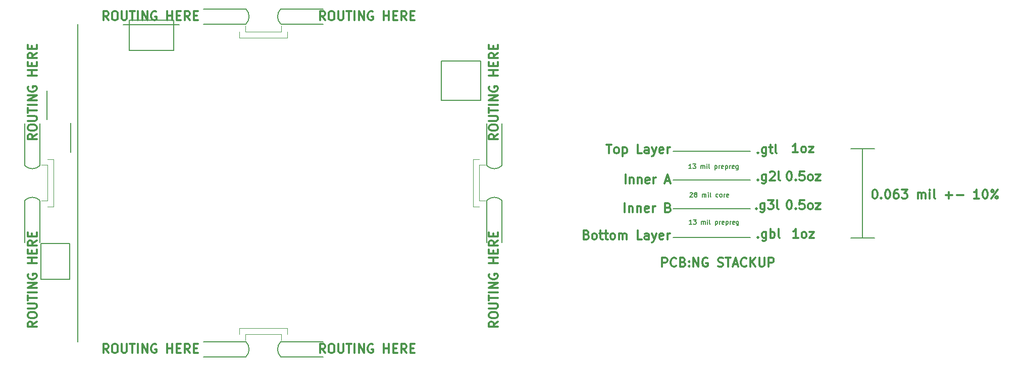
<source format=gbr>
G04 (created by PCBNEW (2013-07-07 BZR 4022)-stable) date 11/18/2016 1:16:09 AM*
%MOIN*%
G04 Gerber Fmt 3.4, Leading zero omitted, Abs format*
%FSLAX34Y34*%
G01*
G70*
G90*
G04 APERTURE LIST*
%ADD10C,0.00590551*%
%ADD11C,0.011811*%
%ADD12C,0.00738189*%
%ADD13C,0.00787402*%
%ADD14C,0.005*%
%ADD15C,0.0025*%
G04 APERTURE END LIST*
G54D10*
G54D11*
X57289Y-46269D02*
X57007Y-46466D01*
X57289Y-46607D02*
X56698Y-46607D01*
X56698Y-46382D01*
X56726Y-46326D01*
X56754Y-46298D01*
X56810Y-46269D01*
X56895Y-46269D01*
X56951Y-46298D01*
X56979Y-46326D01*
X57007Y-46382D01*
X57007Y-46607D01*
X56698Y-45904D02*
X56698Y-45791D01*
X56726Y-45735D01*
X56782Y-45679D01*
X56895Y-45651D01*
X57092Y-45651D01*
X57204Y-45679D01*
X57260Y-45735D01*
X57289Y-45791D01*
X57289Y-45904D01*
X57260Y-45960D01*
X57204Y-46016D01*
X57092Y-46044D01*
X56895Y-46044D01*
X56782Y-46016D01*
X56726Y-45960D01*
X56698Y-45904D01*
X56698Y-45398D02*
X57176Y-45398D01*
X57232Y-45370D01*
X57260Y-45341D01*
X57289Y-45285D01*
X57289Y-45173D01*
X57260Y-45116D01*
X57232Y-45088D01*
X57176Y-45060D01*
X56698Y-45060D01*
X56698Y-44863D02*
X56698Y-44526D01*
X57289Y-44695D02*
X56698Y-44695D01*
X57289Y-44329D02*
X56698Y-44329D01*
X57289Y-44048D02*
X56698Y-44048D01*
X57289Y-43710D01*
X56698Y-43710D01*
X56726Y-43120D02*
X56698Y-43176D01*
X56698Y-43260D01*
X56726Y-43345D01*
X56782Y-43401D01*
X56839Y-43429D01*
X56951Y-43457D01*
X57035Y-43457D01*
X57148Y-43429D01*
X57204Y-43401D01*
X57260Y-43345D01*
X57289Y-43260D01*
X57289Y-43204D01*
X57260Y-43120D01*
X57232Y-43092D01*
X57035Y-43092D01*
X57035Y-43204D01*
X57289Y-42389D02*
X56698Y-42389D01*
X56979Y-42389D02*
X56979Y-42051D01*
X57289Y-42051D02*
X56698Y-42051D01*
X56979Y-41770D02*
X56979Y-41573D01*
X57289Y-41489D02*
X57289Y-41770D01*
X56698Y-41770D01*
X56698Y-41489D01*
X57289Y-40898D02*
X57007Y-41095D01*
X57289Y-41236D02*
X56698Y-41236D01*
X56698Y-41011D01*
X56726Y-40955D01*
X56754Y-40926D01*
X56810Y-40898D01*
X56895Y-40898D01*
X56951Y-40926D01*
X56979Y-40955D01*
X57007Y-41011D01*
X57007Y-41236D01*
X56979Y-40645D02*
X56979Y-40448D01*
X57289Y-40364D02*
X57289Y-40645D01*
X56698Y-40645D01*
X56698Y-40364D01*
G54D12*
X100537Y-52219D02*
X100368Y-52219D01*
X100453Y-52219D02*
X100453Y-51924D01*
X100425Y-51966D01*
X100397Y-51994D01*
X100368Y-52008D01*
X100636Y-51924D02*
X100818Y-51924D01*
X100720Y-52036D01*
X100762Y-52036D01*
X100790Y-52050D01*
X100804Y-52064D01*
X100818Y-52092D01*
X100818Y-52163D01*
X100804Y-52191D01*
X100790Y-52205D01*
X100762Y-52219D01*
X100678Y-52219D01*
X100650Y-52205D01*
X100636Y-52191D01*
X101170Y-52219D02*
X101170Y-52022D01*
X101170Y-52050D02*
X101184Y-52036D01*
X101212Y-52022D01*
X101254Y-52022D01*
X101282Y-52036D01*
X101296Y-52064D01*
X101296Y-52219D01*
X101296Y-52064D02*
X101311Y-52036D01*
X101339Y-52022D01*
X101381Y-52022D01*
X101409Y-52036D01*
X101423Y-52064D01*
X101423Y-52219D01*
X101564Y-52219D02*
X101564Y-52022D01*
X101564Y-51924D02*
X101550Y-51938D01*
X101564Y-51952D01*
X101578Y-51938D01*
X101564Y-51924D01*
X101564Y-51952D01*
X101746Y-52219D02*
X101718Y-52205D01*
X101704Y-52177D01*
X101704Y-51924D01*
X102084Y-52022D02*
X102084Y-52317D01*
X102084Y-52036D02*
X102112Y-52022D01*
X102168Y-52022D01*
X102196Y-52036D01*
X102210Y-52050D01*
X102224Y-52078D01*
X102224Y-52163D01*
X102210Y-52191D01*
X102196Y-52205D01*
X102168Y-52219D01*
X102112Y-52219D01*
X102084Y-52205D01*
X102351Y-52219D02*
X102351Y-52022D01*
X102351Y-52078D02*
X102365Y-52050D01*
X102379Y-52036D01*
X102407Y-52022D01*
X102435Y-52022D01*
X102646Y-52205D02*
X102618Y-52219D01*
X102562Y-52219D01*
X102534Y-52205D01*
X102520Y-52177D01*
X102520Y-52064D01*
X102534Y-52036D01*
X102562Y-52022D01*
X102618Y-52022D01*
X102646Y-52036D01*
X102660Y-52064D01*
X102660Y-52092D01*
X102520Y-52121D01*
X102787Y-52022D02*
X102787Y-52317D01*
X102787Y-52036D02*
X102815Y-52022D01*
X102871Y-52022D01*
X102899Y-52036D01*
X102913Y-52050D01*
X102928Y-52078D01*
X102928Y-52163D01*
X102913Y-52191D01*
X102899Y-52205D01*
X102871Y-52219D01*
X102815Y-52219D01*
X102787Y-52205D01*
X103054Y-52219D02*
X103054Y-52022D01*
X103054Y-52078D02*
X103068Y-52050D01*
X103082Y-52036D01*
X103110Y-52022D01*
X103138Y-52022D01*
X103349Y-52205D02*
X103321Y-52219D01*
X103265Y-52219D01*
X103237Y-52205D01*
X103223Y-52177D01*
X103223Y-52064D01*
X103237Y-52036D01*
X103265Y-52022D01*
X103321Y-52022D01*
X103349Y-52036D01*
X103363Y-52064D01*
X103363Y-52092D01*
X103223Y-52121D01*
X103616Y-52022D02*
X103616Y-52261D01*
X103602Y-52289D01*
X103588Y-52303D01*
X103560Y-52317D01*
X103518Y-52317D01*
X103490Y-52303D01*
X103616Y-52205D02*
X103588Y-52219D01*
X103532Y-52219D01*
X103504Y-52205D01*
X103490Y-52191D01*
X103476Y-52163D01*
X103476Y-52078D01*
X103490Y-52050D01*
X103504Y-52036D01*
X103532Y-52022D01*
X103588Y-52022D01*
X103616Y-52036D01*
G54D11*
X62030Y-38739D02*
X61833Y-38457D01*
X61692Y-38739D02*
X61692Y-38148D01*
X61917Y-38148D01*
X61973Y-38176D01*
X62001Y-38204D01*
X62030Y-38260D01*
X62030Y-38345D01*
X62001Y-38401D01*
X61973Y-38429D01*
X61917Y-38457D01*
X61692Y-38457D01*
X62395Y-38148D02*
X62508Y-38148D01*
X62564Y-38176D01*
X62620Y-38232D01*
X62648Y-38345D01*
X62648Y-38542D01*
X62620Y-38654D01*
X62564Y-38710D01*
X62508Y-38739D01*
X62395Y-38739D01*
X62339Y-38710D01*
X62283Y-38654D01*
X62255Y-38542D01*
X62255Y-38345D01*
X62283Y-38232D01*
X62339Y-38176D01*
X62395Y-38148D01*
X62901Y-38148D02*
X62901Y-38626D01*
X62929Y-38682D01*
X62958Y-38710D01*
X63014Y-38739D01*
X63126Y-38739D01*
X63183Y-38710D01*
X63211Y-38682D01*
X63239Y-38626D01*
X63239Y-38148D01*
X63436Y-38148D02*
X63773Y-38148D01*
X63604Y-38739D02*
X63604Y-38148D01*
X63970Y-38739D02*
X63970Y-38148D01*
X64251Y-38739D02*
X64251Y-38148D01*
X64589Y-38739D01*
X64589Y-38148D01*
X65179Y-38176D02*
X65123Y-38148D01*
X65039Y-38148D01*
X64954Y-38176D01*
X64898Y-38232D01*
X64870Y-38289D01*
X64842Y-38401D01*
X64842Y-38485D01*
X64870Y-38598D01*
X64898Y-38654D01*
X64954Y-38710D01*
X65039Y-38739D01*
X65095Y-38739D01*
X65179Y-38710D01*
X65207Y-38682D01*
X65207Y-38485D01*
X65095Y-38485D01*
X65910Y-38739D02*
X65910Y-38148D01*
X65910Y-38429D02*
X66248Y-38429D01*
X66248Y-38739D02*
X66248Y-38148D01*
X66529Y-38429D02*
X66726Y-38429D01*
X66810Y-38739D02*
X66529Y-38739D01*
X66529Y-38148D01*
X66810Y-38148D01*
X67401Y-38739D02*
X67204Y-38457D01*
X67063Y-38739D02*
X67063Y-38148D01*
X67288Y-38148D01*
X67344Y-38176D01*
X67373Y-38204D01*
X67401Y-38260D01*
X67401Y-38345D01*
X67373Y-38401D01*
X67344Y-38429D01*
X67288Y-38457D01*
X67063Y-38457D01*
X67654Y-38429D02*
X67851Y-38429D01*
X67935Y-38739D02*
X67654Y-38739D01*
X67654Y-38148D01*
X67935Y-38148D01*
X76330Y-38739D02*
X76133Y-38457D01*
X75992Y-38739D02*
X75992Y-38148D01*
X76217Y-38148D01*
X76273Y-38176D01*
X76301Y-38204D01*
X76330Y-38260D01*
X76330Y-38345D01*
X76301Y-38401D01*
X76273Y-38429D01*
X76217Y-38457D01*
X75992Y-38457D01*
X76695Y-38148D02*
X76808Y-38148D01*
X76864Y-38176D01*
X76920Y-38232D01*
X76948Y-38345D01*
X76948Y-38542D01*
X76920Y-38654D01*
X76864Y-38710D01*
X76808Y-38739D01*
X76695Y-38739D01*
X76639Y-38710D01*
X76583Y-38654D01*
X76555Y-38542D01*
X76555Y-38345D01*
X76583Y-38232D01*
X76639Y-38176D01*
X76695Y-38148D01*
X77201Y-38148D02*
X77201Y-38626D01*
X77229Y-38682D01*
X77258Y-38710D01*
X77314Y-38739D01*
X77426Y-38739D01*
X77483Y-38710D01*
X77511Y-38682D01*
X77539Y-38626D01*
X77539Y-38148D01*
X77736Y-38148D02*
X78073Y-38148D01*
X77904Y-38739D02*
X77904Y-38148D01*
X78270Y-38739D02*
X78270Y-38148D01*
X78551Y-38739D02*
X78551Y-38148D01*
X78889Y-38739D01*
X78889Y-38148D01*
X79479Y-38176D02*
X79423Y-38148D01*
X79339Y-38148D01*
X79254Y-38176D01*
X79198Y-38232D01*
X79170Y-38289D01*
X79142Y-38401D01*
X79142Y-38485D01*
X79170Y-38598D01*
X79198Y-38654D01*
X79254Y-38710D01*
X79339Y-38739D01*
X79395Y-38739D01*
X79479Y-38710D01*
X79507Y-38682D01*
X79507Y-38485D01*
X79395Y-38485D01*
X80210Y-38739D02*
X80210Y-38148D01*
X80210Y-38429D02*
X80548Y-38429D01*
X80548Y-38739D02*
X80548Y-38148D01*
X80829Y-38429D02*
X81026Y-38429D01*
X81110Y-38739D02*
X80829Y-38739D01*
X80829Y-38148D01*
X81110Y-38148D01*
X81701Y-38739D02*
X81504Y-38457D01*
X81363Y-38739D02*
X81363Y-38148D01*
X81588Y-38148D01*
X81644Y-38176D01*
X81673Y-38204D01*
X81701Y-38260D01*
X81701Y-38345D01*
X81673Y-38401D01*
X81644Y-38429D01*
X81588Y-38457D01*
X81363Y-38457D01*
X81954Y-38429D02*
X82151Y-38429D01*
X82235Y-38739D02*
X81954Y-38739D01*
X81954Y-38148D01*
X82235Y-38148D01*
X87739Y-46269D02*
X87457Y-46466D01*
X87739Y-46607D02*
X87148Y-46607D01*
X87148Y-46382D01*
X87176Y-46326D01*
X87204Y-46298D01*
X87260Y-46269D01*
X87345Y-46269D01*
X87401Y-46298D01*
X87429Y-46326D01*
X87457Y-46382D01*
X87457Y-46607D01*
X87148Y-45904D02*
X87148Y-45791D01*
X87176Y-45735D01*
X87232Y-45679D01*
X87345Y-45651D01*
X87542Y-45651D01*
X87654Y-45679D01*
X87710Y-45735D01*
X87739Y-45791D01*
X87739Y-45904D01*
X87710Y-45960D01*
X87654Y-46016D01*
X87542Y-46044D01*
X87345Y-46044D01*
X87232Y-46016D01*
X87176Y-45960D01*
X87148Y-45904D01*
X87148Y-45398D02*
X87626Y-45398D01*
X87682Y-45370D01*
X87710Y-45341D01*
X87739Y-45285D01*
X87739Y-45173D01*
X87710Y-45116D01*
X87682Y-45088D01*
X87626Y-45060D01*
X87148Y-45060D01*
X87148Y-44863D02*
X87148Y-44526D01*
X87739Y-44695D02*
X87148Y-44695D01*
X87739Y-44329D02*
X87148Y-44329D01*
X87739Y-44048D02*
X87148Y-44048D01*
X87739Y-43710D01*
X87148Y-43710D01*
X87176Y-43120D02*
X87148Y-43176D01*
X87148Y-43260D01*
X87176Y-43345D01*
X87232Y-43401D01*
X87289Y-43429D01*
X87401Y-43457D01*
X87485Y-43457D01*
X87598Y-43429D01*
X87654Y-43401D01*
X87710Y-43345D01*
X87739Y-43260D01*
X87739Y-43204D01*
X87710Y-43120D01*
X87682Y-43092D01*
X87485Y-43092D01*
X87485Y-43204D01*
X87739Y-42389D02*
X87148Y-42389D01*
X87429Y-42389D02*
X87429Y-42051D01*
X87739Y-42051D02*
X87148Y-42051D01*
X87429Y-41770D02*
X87429Y-41573D01*
X87739Y-41489D02*
X87739Y-41770D01*
X87148Y-41770D01*
X87148Y-41489D01*
X87739Y-40898D02*
X87457Y-41095D01*
X87739Y-41236D02*
X87148Y-41236D01*
X87148Y-41011D01*
X87176Y-40955D01*
X87204Y-40926D01*
X87260Y-40898D01*
X87345Y-40898D01*
X87401Y-40926D01*
X87429Y-40955D01*
X87457Y-41011D01*
X87457Y-41236D01*
X87429Y-40645D02*
X87429Y-40448D01*
X87739Y-40364D02*
X87739Y-40645D01*
X87148Y-40645D01*
X87148Y-40364D01*
X87739Y-58669D02*
X87457Y-58866D01*
X87739Y-59007D02*
X87148Y-59007D01*
X87148Y-58782D01*
X87176Y-58726D01*
X87204Y-58698D01*
X87260Y-58669D01*
X87345Y-58669D01*
X87401Y-58698D01*
X87429Y-58726D01*
X87457Y-58782D01*
X87457Y-59007D01*
X87148Y-58304D02*
X87148Y-58191D01*
X87176Y-58135D01*
X87232Y-58079D01*
X87345Y-58051D01*
X87542Y-58051D01*
X87654Y-58079D01*
X87710Y-58135D01*
X87739Y-58191D01*
X87739Y-58304D01*
X87710Y-58360D01*
X87654Y-58416D01*
X87542Y-58444D01*
X87345Y-58444D01*
X87232Y-58416D01*
X87176Y-58360D01*
X87148Y-58304D01*
X87148Y-57798D02*
X87626Y-57798D01*
X87682Y-57770D01*
X87710Y-57741D01*
X87739Y-57685D01*
X87739Y-57573D01*
X87710Y-57516D01*
X87682Y-57488D01*
X87626Y-57460D01*
X87148Y-57460D01*
X87148Y-57263D02*
X87148Y-56926D01*
X87739Y-57095D02*
X87148Y-57095D01*
X87739Y-56729D02*
X87148Y-56729D01*
X87739Y-56448D02*
X87148Y-56448D01*
X87739Y-56110D01*
X87148Y-56110D01*
X87176Y-55520D02*
X87148Y-55576D01*
X87148Y-55660D01*
X87176Y-55745D01*
X87232Y-55801D01*
X87289Y-55829D01*
X87401Y-55857D01*
X87485Y-55857D01*
X87598Y-55829D01*
X87654Y-55801D01*
X87710Y-55745D01*
X87739Y-55660D01*
X87739Y-55604D01*
X87710Y-55520D01*
X87682Y-55492D01*
X87485Y-55492D01*
X87485Y-55604D01*
X87739Y-54789D02*
X87148Y-54789D01*
X87429Y-54789D02*
X87429Y-54451D01*
X87739Y-54451D02*
X87148Y-54451D01*
X87429Y-54170D02*
X87429Y-53973D01*
X87739Y-53889D02*
X87739Y-54170D01*
X87148Y-54170D01*
X87148Y-53889D01*
X87739Y-53298D02*
X87457Y-53495D01*
X87739Y-53636D02*
X87148Y-53636D01*
X87148Y-53411D01*
X87176Y-53355D01*
X87204Y-53326D01*
X87260Y-53298D01*
X87345Y-53298D01*
X87401Y-53326D01*
X87429Y-53355D01*
X87457Y-53411D01*
X87457Y-53636D01*
X87429Y-53045D02*
X87429Y-52848D01*
X87739Y-52764D02*
X87739Y-53045D01*
X87148Y-53045D01*
X87148Y-52764D01*
X76330Y-60739D02*
X76133Y-60457D01*
X75992Y-60739D02*
X75992Y-60148D01*
X76217Y-60148D01*
X76273Y-60176D01*
X76301Y-60204D01*
X76330Y-60260D01*
X76330Y-60345D01*
X76301Y-60401D01*
X76273Y-60429D01*
X76217Y-60457D01*
X75992Y-60457D01*
X76695Y-60148D02*
X76808Y-60148D01*
X76864Y-60176D01*
X76920Y-60232D01*
X76948Y-60345D01*
X76948Y-60542D01*
X76920Y-60654D01*
X76864Y-60710D01*
X76808Y-60739D01*
X76695Y-60739D01*
X76639Y-60710D01*
X76583Y-60654D01*
X76555Y-60542D01*
X76555Y-60345D01*
X76583Y-60232D01*
X76639Y-60176D01*
X76695Y-60148D01*
X77201Y-60148D02*
X77201Y-60626D01*
X77229Y-60682D01*
X77258Y-60710D01*
X77314Y-60739D01*
X77426Y-60739D01*
X77483Y-60710D01*
X77511Y-60682D01*
X77539Y-60626D01*
X77539Y-60148D01*
X77736Y-60148D02*
X78073Y-60148D01*
X77904Y-60739D02*
X77904Y-60148D01*
X78270Y-60739D02*
X78270Y-60148D01*
X78551Y-60739D02*
X78551Y-60148D01*
X78889Y-60739D01*
X78889Y-60148D01*
X79479Y-60176D02*
X79423Y-60148D01*
X79339Y-60148D01*
X79254Y-60176D01*
X79198Y-60232D01*
X79170Y-60289D01*
X79142Y-60401D01*
X79142Y-60485D01*
X79170Y-60598D01*
X79198Y-60654D01*
X79254Y-60710D01*
X79339Y-60739D01*
X79395Y-60739D01*
X79479Y-60710D01*
X79507Y-60682D01*
X79507Y-60485D01*
X79395Y-60485D01*
X80210Y-60739D02*
X80210Y-60148D01*
X80210Y-60429D02*
X80548Y-60429D01*
X80548Y-60739D02*
X80548Y-60148D01*
X80829Y-60429D02*
X81026Y-60429D01*
X81110Y-60739D02*
X80829Y-60739D01*
X80829Y-60148D01*
X81110Y-60148D01*
X81701Y-60739D02*
X81504Y-60457D01*
X81363Y-60739D02*
X81363Y-60148D01*
X81588Y-60148D01*
X81644Y-60176D01*
X81673Y-60204D01*
X81701Y-60260D01*
X81701Y-60345D01*
X81673Y-60401D01*
X81644Y-60429D01*
X81588Y-60457D01*
X81363Y-60457D01*
X81954Y-60429D02*
X82151Y-60429D01*
X82235Y-60739D02*
X81954Y-60739D01*
X81954Y-60148D01*
X82235Y-60148D01*
X62030Y-60739D02*
X61833Y-60457D01*
X61692Y-60739D02*
X61692Y-60148D01*
X61917Y-60148D01*
X61973Y-60176D01*
X62001Y-60204D01*
X62030Y-60260D01*
X62030Y-60345D01*
X62001Y-60401D01*
X61973Y-60429D01*
X61917Y-60457D01*
X61692Y-60457D01*
X62395Y-60148D02*
X62508Y-60148D01*
X62564Y-60176D01*
X62620Y-60232D01*
X62648Y-60345D01*
X62648Y-60542D01*
X62620Y-60654D01*
X62564Y-60710D01*
X62508Y-60739D01*
X62395Y-60739D01*
X62339Y-60710D01*
X62283Y-60654D01*
X62255Y-60542D01*
X62255Y-60345D01*
X62283Y-60232D01*
X62339Y-60176D01*
X62395Y-60148D01*
X62901Y-60148D02*
X62901Y-60626D01*
X62929Y-60682D01*
X62958Y-60710D01*
X63014Y-60739D01*
X63126Y-60739D01*
X63183Y-60710D01*
X63211Y-60682D01*
X63239Y-60626D01*
X63239Y-60148D01*
X63436Y-60148D02*
X63773Y-60148D01*
X63604Y-60739D02*
X63604Y-60148D01*
X63970Y-60739D02*
X63970Y-60148D01*
X64251Y-60739D02*
X64251Y-60148D01*
X64589Y-60739D01*
X64589Y-60148D01*
X65179Y-60176D02*
X65123Y-60148D01*
X65039Y-60148D01*
X64954Y-60176D01*
X64898Y-60232D01*
X64870Y-60289D01*
X64842Y-60401D01*
X64842Y-60485D01*
X64870Y-60598D01*
X64898Y-60654D01*
X64954Y-60710D01*
X65039Y-60739D01*
X65095Y-60739D01*
X65179Y-60710D01*
X65207Y-60682D01*
X65207Y-60485D01*
X65095Y-60485D01*
X65910Y-60739D02*
X65910Y-60148D01*
X65910Y-60429D02*
X66248Y-60429D01*
X66248Y-60739D02*
X66248Y-60148D01*
X66529Y-60429D02*
X66726Y-60429D01*
X66810Y-60739D02*
X66529Y-60739D01*
X66529Y-60148D01*
X66810Y-60148D01*
X67401Y-60739D02*
X67204Y-60457D01*
X67063Y-60739D02*
X67063Y-60148D01*
X67288Y-60148D01*
X67344Y-60176D01*
X67373Y-60204D01*
X67401Y-60260D01*
X67401Y-60345D01*
X67373Y-60401D01*
X67344Y-60429D01*
X67288Y-60457D01*
X67063Y-60457D01*
X67654Y-60429D02*
X67851Y-60429D01*
X67935Y-60739D02*
X67654Y-60739D01*
X67654Y-60148D01*
X67935Y-60148D01*
X57289Y-58669D02*
X57007Y-58866D01*
X57289Y-59007D02*
X56698Y-59007D01*
X56698Y-58782D01*
X56726Y-58726D01*
X56754Y-58698D01*
X56810Y-58669D01*
X56895Y-58669D01*
X56951Y-58698D01*
X56979Y-58726D01*
X57007Y-58782D01*
X57007Y-59007D01*
X56698Y-58304D02*
X56698Y-58191D01*
X56726Y-58135D01*
X56782Y-58079D01*
X56895Y-58051D01*
X57092Y-58051D01*
X57204Y-58079D01*
X57260Y-58135D01*
X57289Y-58191D01*
X57289Y-58304D01*
X57260Y-58360D01*
X57204Y-58416D01*
X57092Y-58444D01*
X56895Y-58444D01*
X56782Y-58416D01*
X56726Y-58360D01*
X56698Y-58304D01*
X56698Y-57798D02*
X57176Y-57798D01*
X57232Y-57770D01*
X57260Y-57741D01*
X57289Y-57685D01*
X57289Y-57573D01*
X57260Y-57516D01*
X57232Y-57488D01*
X57176Y-57460D01*
X56698Y-57460D01*
X56698Y-57263D02*
X56698Y-56926D01*
X57289Y-57095D02*
X56698Y-57095D01*
X57289Y-56729D02*
X56698Y-56729D01*
X57289Y-56448D02*
X56698Y-56448D01*
X57289Y-56110D01*
X56698Y-56110D01*
X56726Y-55520D02*
X56698Y-55576D01*
X56698Y-55660D01*
X56726Y-55745D01*
X56782Y-55801D01*
X56839Y-55829D01*
X56951Y-55857D01*
X57035Y-55857D01*
X57148Y-55829D01*
X57204Y-55801D01*
X57260Y-55745D01*
X57289Y-55660D01*
X57289Y-55604D01*
X57260Y-55520D01*
X57232Y-55492D01*
X57035Y-55492D01*
X57035Y-55604D01*
X57289Y-54789D02*
X56698Y-54789D01*
X56979Y-54789D02*
X56979Y-54451D01*
X57289Y-54451D02*
X56698Y-54451D01*
X56979Y-54170D02*
X56979Y-53973D01*
X57289Y-53889D02*
X57289Y-54170D01*
X56698Y-54170D01*
X56698Y-53889D01*
X57289Y-53298D02*
X57007Y-53495D01*
X57289Y-53636D02*
X56698Y-53636D01*
X56698Y-53411D01*
X56726Y-53355D01*
X56754Y-53326D01*
X56810Y-53298D01*
X56895Y-53298D01*
X56951Y-53326D01*
X56979Y-53355D01*
X57007Y-53411D01*
X57007Y-53636D01*
X56979Y-53045D02*
X56979Y-52848D01*
X57289Y-52764D02*
X57289Y-53045D01*
X56698Y-53045D01*
X56698Y-52764D01*
X98580Y-55039D02*
X98580Y-54448D01*
X98805Y-54448D01*
X98861Y-54476D01*
X98889Y-54504D01*
X98917Y-54560D01*
X98917Y-54645D01*
X98889Y-54701D01*
X98861Y-54729D01*
X98805Y-54757D01*
X98580Y-54757D01*
X99508Y-54982D02*
X99480Y-55010D01*
X99395Y-55039D01*
X99339Y-55039D01*
X99255Y-55010D01*
X99198Y-54954D01*
X99170Y-54898D01*
X99142Y-54785D01*
X99142Y-54701D01*
X99170Y-54589D01*
X99198Y-54532D01*
X99255Y-54476D01*
X99339Y-54448D01*
X99395Y-54448D01*
X99480Y-54476D01*
X99508Y-54504D01*
X99958Y-54729D02*
X100042Y-54757D01*
X100070Y-54785D01*
X100098Y-54842D01*
X100098Y-54926D01*
X100070Y-54982D01*
X100042Y-55010D01*
X99986Y-55039D01*
X99761Y-55039D01*
X99761Y-54448D01*
X99958Y-54448D01*
X100014Y-54476D01*
X100042Y-54504D01*
X100070Y-54560D01*
X100070Y-54617D01*
X100042Y-54673D01*
X100014Y-54701D01*
X99958Y-54729D01*
X99761Y-54729D01*
X100351Y-54982D02*
X100379Y-55010D01*
X100351Y-55039D01*
X100323Y-55010D01*
X100351Y-54982D01*
X100351Y-55039D01*
X100351Y-54673D02*
X100379Y-54701D01*
X100351Y-54729D01*
X100323Y-54701D01*
X100351Y-54673D01*
X100351Y-54729D01*
X100633Y-55039D02*
X100633Y-54448D01*
X100970Y-55039D01*
X100970Y-54448D01*
X101561Y-54476D02*
X101504Y-54448D01*
X101420Y-54448D01*
X101336Y-54476D01*
X101279Y-54532D01*
X101251Y-54589D01*
X101223Y-54701D01*
X101223Y-54785D01*
X101251Y-54898D01*
X101279Y-54954D01*
X101336Y-55010D01*
X101420Y-55039D01*
X101476Y-55039D01*
X101561Y-55010D01*
X101589Y-54982D01*
X101589Y-54785D01*
X101476Y-54785D01*
X102264Y-55010D02*
X102348Y-55039D01*
X102489Y-55039D01*
X102545Y-55010D01*
X102573Y-54982D01*
X102601Y-54926D01*
X102601Y-54870D01*
X102573Y-54814D01*
X102545Y-54785D01*
X102489Y-54757D01*
X102376Y-54729D01*
X102320Y-54701D01*
X102292Y-54673D01*
X102264Y-54617D01*
X102264Y-54560D01*
X102292Y-54504D01*
X102320Y-54476D01*
X102376Y-54448D01*
X102517Y-54448D01*
X102601Y-54476D01*
X102770Y-54448D02*
X103107Y-54448D01*
X102938Y-55039D02*
X102938Y-54448D01*
X103276Y-54870D02*
X103557Y-54870D01*
X103220Y-55039D02*
X103417Y-54448D01*
X103613Y-55039D01*
X104148Y-54982D02*
X104120Y-55010D01*
X104035Y-55039D01*
X103979Y-55039D01*
X103895Y-55010D01*
X103838Y-54954D01*
X103810Y-54898D01*
X103782Y-54785D01*
X103782Y-54701D01*
X103810Y-54589D01*
X103838Y-54532D01*
X103895Y-54476D01*
X103979Y-54448D01*
X104035Y-54448D01*
X104120Y-54476D01*
X104148Y-54504D01*
X104401Y-55039D02*
X104401Y-54448D01*
X104738Y-55039D02*
X104485Y-54701D01*
X104738Y-54448D02*
X104401Y-54785D01*
X104991Y-54448D02*
X104991Y-54926D01*
X105019Y-54982D01*
X105048Y-55010D01*
X105104Y-55039D01*
X105216Y-55039D01*
X105273Y-55010D01*
X105301Y-54982D01*
X105329Y-54926D01*
X105329Y-54448D01*
X105610Y-55039D02*
X105610Y-54448D01*
X105835Y-54448D01*
X105891Y-54476D01*
X105919Y-54504D01*
X105947Y-54560D01*
X105947Y-54645D01*
X105919Y-54701D01*
X105891Y-54729D01*
X105835Y-54757D01*
X105610Y-54757D01*
G54D13*
X60000Y-60000D02*
X60000Y-39000D01*
G54D11*
X112592Y-49948D02*
X112648Y-49948D01*
X112705Y-49976D01*
X112733Y-50004D01*
X112761Y-50060D01*
X112789Y-50173D01*
X112789Y-50314D01*
X112761Y-50426D01*
X112733Y-50482D01*
X112705Y-50510D01*
X112648Y-50539D01*
X112592Y-50539D01*
X112536Y-50510D01*
X112508Y-50482D01*
X112480Y-50426D01*
X112452Y-50314D01*
X112452Y-50173D01*
X112480Y-50060D01*
X112508Y-50004D01*
X112536Y-49976D01*
X112592Y-49948D01*
X113042Y-50482D02*
X113070Y-50510D01*
X113042Y-50539D01*
X113014Y-50510D01*
X113042Y-50482D01*
X113042Y-50539D01*
X113436Y-49948D02*
X113492Y-49948D01*
X113548Y-49976D01*
X113576Y-50004D01*
X113605Y-50060D01*
X113633Y-50173D01*
X113633Y-50314D01*
X113605Y-50426D01*
X113576Y-50482D01*
X113548Y-50510D01*
X113492Y-50539D01*
X113436Y-50539D01*
X113380Y-50510D01*
X113351Y-50482D01*
X113323Y-50426D01*
X113295Y-50314D01*
X113295Y-50173D01*
X113323Y-50060D01*
X113351Y-50004D01*
X113380Y-49976D01*
X113436Y-49948D01*
X114139Y-49948D02*
X114026Y-49948D01*
X113970Y-49976D01*
X113942Y-50004D01*
X113886Y-50089D01*
X113858Y-50201D01*
X113858Y-50426D01*
X113886Y-50482D01*
X113914Y-50510D01*
X113970Y-50539D01*
X114083Y-50539D01*
X114139Y-50510D01*
X114167Y-50482D01*
X114195Y-50426D01*
X114195Y-50285D01*
X114167Y-50229D01*
X114139Y-50201D01*
X114083Y-50173D01*
X113970Y-50173D01*
X113914Y-50201D01*
X113886Y-50229D01*
X113858Y-50285D01*
X114392Y-49948D02*
X114758Y-49948D01*
X114561Y-50173D01*
X114645Y-50173D01*
X114701Y-50201D01*
X114729Y-50229D01*
X114758Y-50285D01*
X114758Y-50426D01*
X114729Y-50482D01*
X114701Y-50510D01*
X114645Y-50539D01*
X114476Y-50539D01*
X114420Y-50510D01*
X114392Y-50482D01*
X115461Y-50539D02*
X115461Y-50145D01*
X115461Y-50201D02*
X115489Y-50173D01*
X115545Y-50145D01*
X115629Y-50145D01*
X115686Y-50173D01*
X115714Y-50229D01*
X115714Y-50539D01*
X115714Y-50229D02*
X115742Y-50173D01*
X115798Y-50145D01*
X115882Y-50145D01*
X115939Y-50173D01*
X115967Y-50229D01*
X115967Y-50539D01*
X116248Y-50539D02*
X116248Y-50145D01*
X116248Y-49948D02*
X116220Y-49976D01*
X116248Y-50004D01*
X116276Y-49976D01*
X116248Y-49948D01*
X116248Y-50004D01*
X116614Y-50539D02*
X116557Y-50510D01*
X116529Y-50454D01*
X116529Y-49948D01*
X117288Y-50314D02*
X117738Y-50314D01*
X117513Y-50539D02*
X117513Y-50089D01*
X118020Y-50314D02*
X118470Y-50314D01*
X119510Y-50539D02*
X119173Y-50539D01*
X119341Y-50539D02*
X119341Y-49948D01*
X119285Y-50032D01*
X119229Y-50089D01*
X119173Y-50117D01*
X119876Y-49948D02*
X119932Y-49948D01*
X119988Y-49976D01*
X120016Y-50004D01*
X120044Y-50060D01*
X120073Y-50173D01*
X120073Y-50314D01*
X120044Y-50426D01*
X120016Y-50482D01*
X119988Y-50510D01*
X119932Y-50539D01*
X119876Y-50539D01*
X119819Y-50510D01*
X119791Y-50482D01*
X119763Y-50426D01*
X119735Y-50314D01*
X119735Y-50173D01*
X119763Y-50060D01*
X119791Y-50004D01*
X119819Y-49976D01*
X119876Y-49948D01*
X120297Y-50539D02*
X120747Y-49948D01*
X120382Y-49948D02*
X120438Y-49976D01*
X120466Y-50032D01*
X120438Y-50089D01*
X120382Y-50117D01*
X120326Y-50089D01*
X120297Y-50032D01*
X120326Y-49976D01*
X120382Y-49948D01*
X120719Y-50510D02*
X120747Y-50454D01*
X120719Y-50398D01*
X120663Y-50370D01*
X120607Y-50398D01*
X120579Y-50454D01*
X120607Y-50510D01*
X120663Y-50539D01*
X120719Y-50510D01*
G54D13*
X111023Y-53149D02*
X112598Y-53149D01*
X111023Y-47244D02*
X112598Y-47244D01*
X111811Y-47244D02*
X111811Y-53149D01*
G54D12*
X100427Y-50152D02*
X100441Y-50138D01*
X100469Y-50124D01*
X100539Y-50124D01*
X100568Y-50138D01*
X100582Y-50152D01*
X100596Y-50180D01*
X100596Y-50208D01*
X100582Y-50250D01*
X100413Y-50419D01*
X100596Y-50419D01*
X100764Y-50250D02*
X100736Y-50236D01*
X100722Y-50222D01*
X100708Y-50194D01*
X100708Y-50180D01*
X100722Y-50152D01*
X100736Y-50138D01*
X100764Y-50124D01*
X100821Y-50124D01*
X100849Y-50138D01*
X100863Y-50152D01*
X100877Y-50180D01*
X100877Y-50194D01*
X100863Y-50222D01*
X100849Y-50236D01*
X100821Y-50250D01*
X100764Y-50250D01*
X100736Y-50264D01*
X100722Y-50278D01*
X100708Y-50307D01*
X100708Y-50363D01*
X100722Y-50391D01*
X100736Y-50405D01*
X100764Y-50419D01*
X100821Y-50419D01*
X100849Y-50405D01*
X100863Y-50391D01*
X100877Y-50363D01*
X100877Y-50307D01*
X100863Y-50278D01*
X100849Y-50264D01*
X100821Y-50250D01*
X101228Y-50419D02*
X101228Y-50222D01*
X101228Y-50250D02*
X101243Y-50236D01*
X101271Y-50222D01*
X101313Y-50222D01*
X101341Y-50236D01*
X101355Y-50264D01*
X101355Y-50419D01*
X101355Y-50264D02*
X101369Y-50236D01*
X101397Y-50222D01*
X101439Y-50222D01*
X101467Y-50236D01*
X101482Y-50264D01*
X101482Y-50419D01*
X101622Y-50419D02*
X101622Y-50222D01*
X101622Y-50124D02*
X101608Y-50138D01*
X101622Y-50152D01*
X101636Y-50138D01*
X101622Y-50124D01*
X101622Y-50152D01*
X101805Y-50419D02*
X101777Y-50405D01*
X101763Y-50377D01*
X101763Y-50124D01*
X102269Y-50405D02*
X102241Y-50419D01*
X102185Y-50419D01*
X102156Y-50405D01*
X102142Y-50391D01*
X102128Y-50363D01*
X102128Y-50278D01*
X102142Y-50250D01*
X102156Y-50236D01*
X102185Y-50222D01*
X102241Y-50222D01*
X102269Y-50236D01*
X102438Y-50419D02*
X102410Y-50405D01*
X102396Y-50391D01*
X102381Y-50363D01*
X102381Y-50278D01*
X102396Y-50250D01*
X102410Y-50236D01*
X102438Y-50222D01*
X102480Y-50222D01*
X102508Y-50236D01*
X102522Y-50250D01*
X102536Y-50278D01*
X102536Y-50363D01*
X102522Y-50391D01*
X102508Y-50405D01*
X102480Y-50419D01*
X102438Y-50419D01*
X102663Y-50419D02*
X102663Y-50222D01*
X102663Y-50278D02*
X102677Y-50250D01*
X102691Y-50236D01*
X102719Y-50222D01*
X102747Y-50222D01*
X102958Y-50405D02*
X102930Y-50419D01*
X102874Y-50419D01*
X102845Y-50405D01*
X102831Y-50377D01*
X102831Y-50264D01*
X102845Y-50236D01*
X102874Y-50222D01*
X102930Y-50222D01*
X102958Y-50236D01*
X102972Y-50264D01*
X102972Y-50292D01*
X102831Y-50321D01*
X100506Y-48544D02*
X100337Y-48544D01*
X100421Y-48544D02*
X100421Y-48249D01*
X100393Y-48291D01*
X100365Y-48319D01*
X100337Y-48333D01*
X100604Y-48249D02*
X100787Y-48249D01*
X100688Y-48361D01*
X100731Y-48361D01*
X100759Y-48375D01*
X100773Y-48390D01*
X100787Y-48418D01*
X100787Y-48488D01*
X100773Y-48516D01*
X100759Y-48530D01*
X100731Y-48544D01*
X100646Y-48544D01*
X100618Y-48530D01*
X100604Y-48516D01*
X101138Y-48544D02*
X101138Y-48347D01*
X101138Y-48375D02*
X101152Y-48361D01*
X101181Y-48347D01*
X101223Y-48347D01*
X101251Y-48361D01*
X101265Y-48390D01*
X101265Y-48544D01*
X101265Y-48390D02*
X101279Y-48361D01*
X101307Y-48347D01*
X101349Y-48347D01*
X101377Y-48361D01*
X101392Y-48390D01*
X101392Y-48544D01*
X101532Y-48544D02*
X101532Y-48347D01*
X101532Y-48249D02*
X101518Y-48263D01*
X101532Y-48277D01*
X101546Y-48263D01*
X101532Y-48249D01*
X101532Y-48277D01*
X101715Y-48544D02*
X101687Y-48530D01*
X101673Y-48502D01*
X101673Y-48249D01*
X102052Y-48347D02*
X102052Y-48643D01*
X102052Y-48361D02*
X102080Y-48347D01*
X102137Y-48347D01*
X102165Y-48361D01*
X102179Y-48375D01*
X102193Y-48404D01*
X102193Y-48488D01*
X102179Y-48516D01*
X102165Y-48530D01*
X102137Y-48544D01*
X102080Y-48544D01*
X102052Y-48530D01*
X102320Y-48544D02*
X102320Y-48347D01*
X102320Y-48404D02*
X102334Y-48375D01*
X102348Y-48361D01*
X102376Y-48347D01*
X102404Y-48347D01*
X102615Y-48530D02*
X102587Y-48544D01*
X102530Y-48544D01*
X102502Y-48530D01*
X102488Y-48502D01*
X102488Y-48390D01*
X102502Y-48361D01*
X102530Y-48347D01*
X102587Y-48347D01*
X102615Y-48361D01*
X102629Y-48390D01*
X102629Y-48418D01*
X102488Y-48446D01*
X102755Y-48347D02*
X102755Y-48643D01*
X102755Y-48361D02*
X102784Y-48347D01*
X102840Y-48347D01*
X102868Y-48361D01*
X102882Y-48375D01*
X102896Y-48404D01*
X102896Y-48488D01*
X102882Y-48516D01*
X102868Y-48530D01*
X102840Y-48544D01*
X102784Y-48544D01*
X102755Y-48530D01*
X103023Y-48544D02*
X103023Y-48347D01*
X103023Y-48404D02*
X103037Y-48375D01*
X103051Y-48361D01*
X103079Y-48347D01*
X103107Y-48347D01*
X103318Y-48530D02*
X103290Y-48544D01*
X103233Y-48544D01*
X103205Y-48530D01*
X103191Y-48502D01*
X103191Y-48390D01*
X103205Y-48361D01*
X103233Y-48347D01*
X103290Y-48347D01*
X103318Y-48361D01*
X103332Y-48390D01*
X103332Y-48418D01*
X103191Y-48446D01*
X103585Y-48347D02*
X103585Y-48586D01*
X103571Y-48615D01*
X103557Y-48629D01*
X103529Y-48643D01*
X103487Y-48643D01*
X103458Y-48629D01*
X103585Y-48530D02*
X103557Y-48544D01*
X103501Y-48544D01*
X103473Y-48530D01*
X103458Y-48516D01*
X103444Y-48488D01*
X103444Y-48404D01*
X103458Y-48375D01*
X103473Y-48361D01*
X103501Y-48347D01*
X103557Y-48347D01*
X103585Y-48361D01*
G54D11*
X106943Y-50648D02*
X107000Y-50648D01*
X107056Y-50676D01*
X107084Y-50704D01*
X107112Y-50760D01*
X107140Y-50873D01*
X107140Y-51014D01*
X107112Y-51126D01*
X107084Y-51182D01*
X107056Y-51210D01*
X107000Y-51239D01*
X106943Y-51239D01*
X106887Y-51210D01*
X106859Y-51182D01*
X106831Y-51126D01*
X106803Y-51014D01*
X106803Y-50873D01*
X106831Y-50760D01*
X106859Y-50704D01*
X106887Y-50676D01*
X106943Y-50648D01*
X107393Y-51182D02*
X107421Y-51210D01*
X107393Y-51239D01*
X107365Y-51210D01*
X107393Y-51182D01*
X107393Y-51239D01*
X107956Y-50648D02*
X107675Y-50648D01*
X107646Y-50929D01*
X107675Y-50901D01*
X107731Y-50873D01*
X107871Y-50873D01*
X107928Y-50901D01*
X107956Y-50929D01*
X107984Y-50985D01*
X107984Y-51126D01*
X107956Y-51182D01*
X107928Y-51210D01*
X107871Y-51239D01*
X107731Y-51239D01*
X107675Y-51210D01*
X107646Y-51182D01*
X108321Y-51239D02*
X108265Y-51210D01*
X108237Y-51182D01*
X108209Y-51126D01*
X108209Y-50957D01*
X108237Y-50901D01*
X108265Y-50873D01*
X108321Y-50845D01*
X108406Y-50845D01*
X108462Y-50873D01*
X108490Y-50901D01*
X108518Y-50957D01*
X108518Y-51126D01*
X108490Y-51182D01*
X108462Y-51210D01*
X108406Y-51239D01*
X108321Y-51239D01*
X108715Y-50845D02*
X109024Y-50845D01*
X108715Y-51239D01*
X109024Y-51239D01*
X106943Y-48748D02*
X107000Y-48748D01*
X107056Y-48776D01*
X107084Y-48804D01*
X107112Y-48860D01*
X107140Y-48973D01*
X107140Y-49114D01*
X107112Y-49226D01*
X107084Y-49282D01*
X107056Y-49310D01*
X107000Y-49339D01*
X106943Y-49339D01*
X106887Y-49310D01*
X106859Y-49282D01*
X106831Y-49226D01*
X106803Y-49114D01*
X106803Y-48973D01*
X106831Y-48860D01*
X106859Y-48804D01*
X106887Y-48776D01*
X106943Y-48748D01*
X107393Y-49282D02*
X107421Y-49310D01*
X107393Y-49339D01*
X107365Y-49310D01*
X107393Y-49282D01*
X107393Y-49339D01*
X107956Y-48748D02*
X107675Y-48748D01*
X107646Y-49029D01*
X107675Y-49001D01*
X107731Y-48973D01*
X107871Y-48973D01*
X107928Y-49001D01*
X107956Y-49029D01*
X107984Y-49085D01*
X107984Y-49226D01*
X107956Y-49282D01*
X107928Y-49310D01*
X107871Y-49339D01*
X107731Y-49339D01*
X107675Y-49310D01*
X107646Y-49282D01*
X108321Y-49339D02*
X108265Y-49310D01*
X108237Y-49282D01*
X108209Y-49226D01*
X108209Y-49057D01*
X108237Y-49001D01*
X108265Y-48973D01*
X108321Y-48945D01*
X108406Y-48945D01*
X108462Y-48973D01*
X108490Y-49001D01*
X108518Y-49057D01*
X108518Y-49226D01*
X108490Y-49282D01*
X108462Y-49310D01*
X108406Y-49339D01*
X108321Y-49339D01*
X108715Y-48945D02*
X109024Y-48945D01*
X108715Y-49339D01*
X109024Y-49339D01*
X107562Y-53139D02*
X107225Y-53139D01*
X107393Y-53139D02*
X107393Y-52548D01*
X107337Y-52632D01*
X107281Y-52689D01*
X107225Y-52717D01*
X107900Y-53139D02*
X107843Y-53110D01*
X107815Y-53082D01*
X107787Y-53026D01*
X107787Y-52857D01*
X107815Y-52801D01*
X107843Y-52773D01*
X107900Y-52745D01*
X107984Y-52745D01*
X108040Y-52773D01*
X108068Y-52801D01*
X108096Y-52857D01*
X108096Y-53026D01*
X108068Y-53082D01*
X108040Y-53110D01*
X107984Y-53139D01*
X107900Y-53139D01*
X108293Y-52745D02*
X108603Y-52745D01*
X108293Y-53139D01*
X108603Y-53139D01*
X107536Y-47483D02*
X107199Y-47483D01*
X107367Y-47483D02*
X107367Y-46892D01*
X107311Y-46976D01*
X107255Y-47033D01*
X107199Y-47061D01*
X107874Y-47483D02*
X107817Y-47455D01*
X107789Y-47426D01*
X107761Y-47370D01*
X107761Y-47201D01*
X107789Y-47145D01*
X107817Y-47117D01*
X107874Y-47089D01*
X107958Y-47089D01*
X108014Y-47117D01*
X108042Y-47145D01*
X108070Y-47201D01*
X108070Y-47370D01*
X108042Y-47426D01*
X108014Y-47455D01*
X107958Y-47483D01*
X107874Y-47483D01*
X108267Y-47089D02*
X108577Y-47089D01*
X108267Y-47483D01*
X108577Y-47483D01*
X93584Y-52917D02*
X93669Y-52945D01*
X93697Y-52973D01*
X93725Y-53029D01*
X93725Y-53113D01*
X93697Y-53170D01*
X93669Y-53198D01*
X93612Y-53226D01*
X93387Y-53226D01*
X93387Y-52635D01*
X93584Y-52635D01*
X93640Y-52664D01*
X93669Y-52692D01*
X93697Y-52748D01*
X93697Y-52804D01*
X93669Y-52860D01*
X93640Y-52888D01*
X93584Y-52917D01*
X93387Y-52917D01*
X94062Y-53226D02*
X94006Y-53198D01*
X93978Y-53170D01*
X93950Y-53113D01*
X93950Y-52945D01*
X93978Y-52888D01*
X94006Y-52860D01*
X94062Y-52832D01*
X94147Y-52832D01*
X94203Y-52860D01*
X94231Y-52888D01*
X94259Y-52945D01*
X94259Y-53113D01*
X94231Y-53170D01*
X94203Y-53198D01*
X94147Y-53226D01*
X94062Y-53226D01*
X94428Y-52832D02*
X94653Y-52832D01*
X94512Y-52635D02*
X94512Y-53142D01*
X94540Y-53198D01*
X94597Y-53226D01*
X94653Y-53226D01*
X94765Y-52832D02*
X94990Y-52832D01*
X94850Y-52635D02*
X94850Y-53142D01*
X94878Y-53198D01*
X94934Y-53226D01*
X94990Y-53226D01*
X95271Y-53226D02*
X95215Y-53198D01*
X95187Y-53170D01*
X95159Y-53113D01*
X95159Y-52945D01*
X95187Y-52888D01*
X95215Y-52860D01*
X95271Y-52832D01*
X95356Y-52832D01*
X95412Y-52860D01*
X95440Y-52888D01*
X95468Y-52945D01*
X95468Y-53113D01*
X95440Y-53170D01*
X95412Y-53198D01*
X95356Y-53226D01*
X95271Y-53226D01*
X95721Y-53226D02*
X95721Y-52832D01*
X95721Y-52888D02*
X95750Y-52860D01*
X95806Y-52832D01*
X95890Y-52832D01*
X95946Y-52860D01*
X95975Y-52917D01*
X95975Y-53226D01*
X95975Y-52917D02*
X96003Y-52860D01*
X96059Y-52832D01*
X96143Y-52832D01*
X96200Y-52860D01*
X96228Y-52917D01*
X96228Y-53226D01*
X97240Y-53226D02*
X96959Y-53226D01*
X96959Y-52635D01*
X97690Y-53226D02*
X97690Y-52917D01*
X97662Y-52860D01*
X97606Y-52832D01*
X97493Y-52832D01*
X97437Y-52860D01*
X97690Y-53198D02*
X97634Y-53226D01*
X97493Y-53226D01*
X97437Y-53198D01*
X97409Y-53142D01*
X97409Y-53085D01*
X97437Y-53029D01*
X97493Y-53001D01*
X97634Y-53001D01*
X97690Y-52973D01*
X97915Y-52832D02*
X98056Y-53226D01*
X98196Y-52832D02*
X98056Y-53226D01*
X97999Y-53367D01*
X97971Y-53395D01*
X97915Y-53423D01*
X98646Y-53198D02*
X98590Y-53226D01*
X98477Y-53226D01*
X98421Y-53198D01*
X98393Y-53142D01*
X98393Y-52917D01*
X98421Y-52860D01*
X98477Y-52832D01*
X98590Y-52832D01*
X98646Y-52860D01*
X98674Y-52917D01*
X98674Y-52973D01*
X98393Y-53029D01*
X98927Y-53226D02*
X98927Y-52832D01*
X98927Y-52945D02*
X98955Y-52888D01*
X98984Y-52860D01*
X99040Y-52832D01*
X99096Y-52832D01*
X96109Y-51432D02*
X96109Y-50842D01*
X96390Y-51039D02*
X96390Y-51432D01*
X96390Y-51095D02*
X96418Y-51067D01*
X96475Y-51039D01*
X96559Y-51039D01*
X96615Y-51067D01*
X96643Y-51123D01*
X96643Y-51432D01*
X96925Y-51039D02*
X96925Y-51432D01*
X96925Y-51095D02*
X96953Y-51067D01*
X97009Y-51039D01*
X97093Y-51039D01*
X97150Y-51067D01*
X97178Y-51123D01*
X97178Y-51432D01*
X97684Y-51404D02*
X97628Y-51432D01*
X97515Y-51432D01*
X97459Y-51404D01*
X97431Y-51348D01*
X97431Y-51123D01*
X97459Y-51067D01*
X97515Y-51039D01*
X97628Y-51039D01*
X97684Y-51067D01*
X97712Y-51123D01*
X97712Y-51179D01*
X97431Y-51235D01*
X97965Y-51432D02*
X97965Y-51039D01*
X97965Y-51151D02*
X97993Y-51095D01*
X98021Y-51067D01*
X98078Y-51039D01*
X98134Y-51039D01*
X98977Y-51123D02*
X99062Y-51151D01*
X99090Y-51179D01*
X99118Y-51235D01*
X99118Y-51320D01*
X99090Y-51376D01*
X99062Y-51404D01*
X99006Y-51432D01*
X98781Y-51432D01*
X98781Y-50842D01*
X98977Y-50842D01*
X99034Y-50870D01*
X99062Y-50898D01*
X99090Y-50954D01*
X99090Y-51010D01*
X99062Y-51067D01*
X99034Y-51095D01*
X98977Y-51123D01*
X98781Y-51123D01*
X96151Y-49539D02*
X96151Y-48948D01*
X96432Y-49145D02*
X96432Y-49539D01*
X96432Y-49201D02*
X96461Y-49173D01*
X96517Y-49145D01*
X96601Y-49145D01*
X96657Y-49173D01*
X96686Y-49229D01*
X96686Y-49539D01*
X96967Y-49145D02*
X96967Y-49539D01*
X96967Y-49201D02*
X96995Y-49173D01*
X97051Y-49145D01*
X97135Y-49145D01*
X97192Y-49173D01*
X97220Y-49229D01*
X97220Y-49539D01*
X97726Y-49510D02*
X97670Y-49539D01*
X97557Y-49539D01*
X97501Y-49510D01*
X97473Y-49454D01*
X97473Y-49229D01*
X97501Y-49173D01*
X97557Y-49145D01*
X97670Y-49145D01*
X97726Y-49173D01*
X97754Y-49229D01*
X97754Y-49285D01*
X97473Y-49342D01*
X98007Y-49539D02*
X98007Y-49145D01*
X98007Y-49257D02*
X98035Y-49201D01*
X98064Y-49173D01*
X98120Y-49145D01*
X98176Y-49145D01*
X98795Y-49370D02*
X99076Y-49370D01*
X98738Y-49539D02*
X98935Y-48948D01*
X99132Y-49539D01*
X94904Y-46954D02*
X95242Y-46954D01*
X95073Y-47545D02*
X95073Y-46954D01*
X95523Y-47545D02*
X95467Y-47517D01*
X95439Y-47489D01*
X95411Y-47432D01*
X95411Y-47264D01*
X95439Y-47207D01*
X95467Y-47179D01*
X95523Y-47151D01*
X95607Y-47151D01*
X95664Y-47179D01*
X95692Y-47207D01*
X95720Y-47264D01*
X95720Y-47432D01*
X95692Y-47489D01*
X95664Y-47517D01*
X95607Y-47545D01*
X95523Y-47545D01*
X95973Y-47151D02*
X95973Y-47742D01*
X95973Y-47179D02*
X96029Y-47151D01*
X96142Y-47151D01*
X96198Y-47179D01*
X96226Y-47207D01*
X96254Y-47264D01*
X96254Y-47432D01*
X96226Y-47489D01*
X96198Y-47517D01*
X96142Y-47545D01*
X96029Y-47545D01*
X95973Y-47517D01*
X97239Y-47545D02*
X96957Y-47545D01*
X96957Y-46954D01*
X97688Y-47545D02*
X97688Y-47235D01*
X97660Y-47179D01*
X97604Y-47151D01*
X97492Y-47151D01*
X97435Y-47179D01*
X97688Y-47517D02*
X97632Y-47545D01*
X97492Y-47545D01*
X97435Y-47517D01*
X97407Y-47460D01*
X97407Y-47404D01*
X97435Y-47348D01*
X97492Y-47320D01*
X97632Y-47320D01*
X97688Y-47292D01*
X97913Y-47151D02*
X98054Y-47545D01*
X98195Y-47151D02*
X98054Y-47545D01*
X97998Y-47685D01*
X97970Y-47714D01*
X97913Y-47742D01*
X98645Y-47517D02*
X98588Y-47545D01*
X98476Y-47545D01*
X98420Y-47517D01*
X98392Y-47460D01*
X98392Y-47235D01*
X98420Y-47179D01*
X98476Y-47151D01*
X98588Y-47151D01*
X98645Y-47179D01*
X98673Y-47235D01*
X98673Y-47292D01*
X98392Y-47348D01*
X98926Y-47545D02*
X98926Y-47151D01*
X98926Y-47264D02*
X98954Y-47207D01*
X98982Y-47179D01*
X99038Y-47151D01*
X99095Y-47151D01*
G54D13*
X99300Y-51193D02*
X104400Y-51193D01*
G54D11*
X104796Y-51176D02*
X104825Y-51204D01*
X104796Y-51232D01*
X104768Y-51204D01*
X104796Y-51176D01*
X104796Y-51232D01*
X105331Y-50839D02*
X105331Y-51317D01*
X105303Y-51373D01*
X105275Y-51401D01*
X105218Y-51429D01*
X105134Y-51429D01*
X105078Y-51401D01*
X105331Y-51204D02*
X105275Y-51232D01*
X105162Y-51232D01*
X105106Y-51204D01*
X105078Y-51176D01*
X105050Y-51120D01*
X105050Y-50951D01*
X105078Y-50895D01*
X105106Y-50867D01*
X105162Y-50839D01*
X105275Y-50839D01*
X105331Y-50867D01*
X105556Y-50642D02*
X105921Y-50642D01*
X105724Y-50867D01*
X105809Y-50867D01*
X105865Y-50895D01*
X105893Y-50923D01*
X105921Y-50979D01*
X105921Y-51120D01*
X105893Y-51176D01*
X105865Y-51204D01*
X105809Y-51232D01*
X105640Y-51232D01*
X105584Y-51204D01*
X105556Y-51176D01*
X106259Y-51232D02*
X106203Y-51204D01*
X106174Y-51148D01*
X106174Y-50642D01*
X104911Y-53070D02*
X104939Y-53098D01*
X104911Y-53126D01*
X104882Y-53098D01*
X104911Y-53070D01*
X104911Y-53126D01*
X105445Y-52732D02*
X105445Y-53210D01*
X105417Y-53267D01*
X105389Y-53295D01*
X105332Y-53323D01*
X105248Y-53323D01*
X105192Y-53295D01*
X105445Y-53098D02*
X105389Y-53126D01*
X105276Y-53126D01*
X105220Y-53098D01*
X105192Y-53070D01*
X105164Y-53013D01*
X105164Y-52845D01*
X105192Y-52788D01*
X105220Y-52760D01*
X105276Y-52732D01*
X105389Y-52732D01*
X105445Y-52760D01*
X105726Y-53126D02*
X105726Y-52535D01*
X105726Y-52760D02*
X105782Y-52732D01*
X105895Y-52732D01*
X105951Y-52760D01*
X105979Y-52788D01*
X106007Y-52845D01*
X106007Y-53013D01*
X105979Y-53070D01*
X105951Y-53098D01*
X105895Y-53126D01*
X105782Y-53126D01*
X105726Y-53098D01*
X106345Y-53126D02*
X106288Y-53098D01*
X106260Y-53042D01*
X106260Y-52535D01*
G54D13*
X99300Y-53087D02*
X104400Y-53087D01*
X99300Y-49300D02*
X104400Y-49300D01*
G54D11*
X104896Y-49282D02*
X104925Y-49310D01*
X104896Y-49339D01*
X104868Y-49310D01*
X104896Y-49282D01*
X104896Y-49339D01*
X105431Y-48945D02*
X105431Y-49423D01*
X105403Y-49479D01*
X105375Y-49507D01*
X105318Y-49535D01*
X105234Y-49535D01*
X105178Y-49507D01*
X105431Y-49310D02*
X105375Y-49339D01*
X105262Y-49339D01*
X105206Y-49310D01*
X105178Y-49282D01*
X105150Y-49226D01*
X105150Y-49057D01*
X105178Y-49001D01*
X105206Y-48973D01*
X105262Y-48945D01*
X105375Y-48945D01*
X105431Y-48973D01*
X105684Y-48804D02*
X105712Y-48776D01*
X105768Y-48748D01*
X105909Y-48748D01*
X105965Y-48776D01*
X105993Y-48804D01*
X106021Y-48860D01*
X106021Y-48917D01*
X105993Y-49001D01*
X105656Y-49339D01*
X106021Y-49339D01*
X106359Y-49339D02*
X106303Y-49310D01*
X106274Y-49254D01*
X106274Y-48748D01*
X104909Y-47489D02*
X104937Y-47517D01*
X104909Y-47545D01*
X104881Y-47517D01*
X104909Y-47489D01*
X104909Y-47545D01*
X105443Y-47151D02*
X105443Y-47629D01*
X105415Y-47685D01*
X105387Y-47714D01*
X105331Y-47742D01*
X105246Y-47742D01*
X105190Y-47714D01*
X105443Y-47517D02*
X105387Y-47545D01*
X105275Y-47545D01*
X105218Y-47517D01*
X105190Y-47489D01*
X105162Y-47432D01*
X105162Y-47264D01*
X105190Y-47207D01*
X105218Y-47179D01*
X105275Y-47151D01*
X105387Y-47151D01*
X105443Y-47179D01*
X105640Y-47151D02*
X105865Y-47151D01*
X105724Y-46954D02*
X105724Y-47460D01*
X105753Y-47517D01*
X105809Y-47545D01*
X105865Y-47545D01*
X106146Y-47545D02*
X106090Y-47517D01*
X106062Y-47460D01*
X106062Y-46954D01*
G54D13*
X99300Y-47406D02*
X104400Y-47406D01*
G54D14*
X84000Y-44049D02*
X86599Y-44049D01*
X84000Y-41450D02*
X86599Y-41450D01*
X86599Y-44049D02*
X86599Y-41450D01*
X84000Y-44049D02*
X84000Y-41450D01*
G54D15*
X71068Y-59506D02*
X73431Y-59506D01*
X73824Y-59506D02*
X73824Y-59112D01*
X73824Y-59112D02*
X70675Y-59112D01*
X70675Y-59506D02*
X70675Y-59112D01*
X73431Y-59900D02*
X73431Y-59506D01*
X71068Y-59900D02*
X71068Y-59506D01*
G54D14*
X73400Y-60000D02*
G75*
G03X73400Y-61000I500J-500D01*
G74*
G01*
X71100Y-61000D02*
G75*
G03X71100Y-60000I-500J500D01*
G74*
G01*
X71068Y-59998D02*
X68312Y-59998D01*
X73431Y-59998D02*
X76187Y-59998D01*
X73400Y-61000D02*
X76187Y-61000D01*
X71100Y-61000D02*
X68312Y-61000D01*
G54D15*
X73431Y-39493D02*
X71068Y-39493D01*
X70675Y-39493D02*
X70675Y-39887D01*
X70675Y-39887D02*
X73824Y-39887D01*
X73824Y-39493D02*
X73824Y-39887D01*
X71068Y-39100D02*
X71068Y-39493D01*
X73431Y-39100D02*
X73431Y-39493D01*
G54D14*
X71100Y-39000D02*
G75*
G03X71100Y-38000I-500J500D01*
G74*
G01*
X73400Y-38000D02*
G75*
G03X73400Y-39000I500J-500D01*
G74*
G01*
X73431Y-39001D02*
X76187Y-39001D01*
X71068Y-39001D02*
X68312Y-39001D01*
X71100Y-38000D02*
X68312Y-38000D01*
X73400Y-38000D02*
X76187Y-38000D01*
G54D15*
X57993Y-48318D02*
X57993Y-50681D01*
X57993Y-51074D02*
X58387Y-51074D01*
X58387Y-51074D02*
X58387Y-47925D01*
X57993Y-47925D02*
X58387Y-47925D01*
X57600Y-50681D02*
X57993Y-50681D01*
X57600Y-48318D02*
X57993Y-48318D01*
G54D14*
X57500Y-50650D02*
G75*
G03X56500Y-50650I-500J-500D01*
G74*
G01*
X56500Y-48350D02*
G75*
G03X57500Y-48350I500J500D01*
G74*
G01*
X57501Y-48318D02*
X57501Y-45562D01*
X57501Y-50681D02*
X57501Y-53437D01*
X56500Y-50650D02*
X56500Y-53437D01*
X56500Y-48350D02*
X56500Y-45562D01*
G54D15*
X86506Y-50681D02*
X86506Y-48318D01*
X86506Y-47925D02*
X86112Y-47925D01*
X86112Y-47925D02*
X86112Y-51074D01*
X86506Y-51074D02*
X86112Y-51074D01*
X86900Y-48318D02*
X86506Y-48318D01*
X86900Y-50681D02*
X86506Y-50681D01*
G54D14*
X87000Y-48350D02*
G75*
G03X88000Y-48350I500J500D01*
G74*
G01*
X88000Y-50650D02*
G75*
G03X87000Y-50650I-500J-500D01*
G74*
G01*
X86998Y-50681D02*
X86998Y-53437D01*
X86998Y-48318D02*
X86998Y-45562D01*
X88000Y-48350D02*
X88000Y-45562D01*
X88000Y-50650D02*
X88000Y-53437D01*
X63393Y-40741D02*
X63393Y-38733D01*
X66346Y-40741D02*
X66346Y-38733D01*
X66346Y-40741D02*
X63393Y-40741D01*
X66346Y-38733D02*
X63393Y-38733D01*
X66700Y-39029D02*
X62999Y-39029D01*
X57565Y-55881D02*
X59482Y-55881D01*
X57565Y-53518D02*
X59482Y-53518D01*
X59482Y-55881D02*
X59482Y-53518D01*
X57565Y-55881D02*
X57565Y-53518D01*
X59537Y-45535D02*
X59537Y-47464D01*
X57962Y-45314D02*
X57962Y-43385D01*
M02*

</source>
